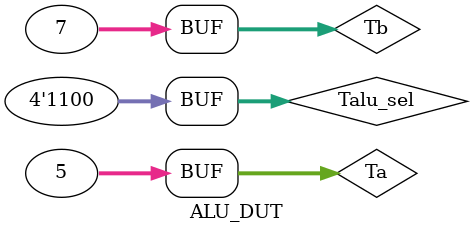
<source format=v>
/*******************************************************************/
/*Author : Anas Hamed                                              */
/*Version: V01                                                     */
/*Date   : 10/8/2023                                               */
/*******************************************************************/

module ALU_32bit (
  input [31:0] a,
  input [31:0] b,
  input [3:0] alu_select,
  output reg [31:0] out,
  output reg zero_flag,
  output reg negative_flag,
  output reg overflow_flag
 
);

  always @(*) //if any signal changed
  
    case(alu_select)
      4'b0000: // AND operation
        begin
           out = a & b;
          zero_flag = (out == 0);
          negative_flag = 0;
          overflow_flag = 0;
          
        end
      4'b0001: // OR operation
        begin
          out = a | b;
          zero_flag = (out == 0);
          negative_flag = 0;
          overflow_flag = 0;
          
        end
      4'b0010: // ADD operation
        begin
          out = a + b;
          zero_flag = (out == 0);
          negative_flag = out[31];
          overflow_flag = ((a[31] == b[31])&&(out[31] != a[31]));
          
        end
      4'b0110: // SUB operation
        begin
          out = a - b;
          zero_flag = (out == 0);
          negative_flag = out[31];
          overflow_flag = ((a[31] != b[31])&&(out[31] != a[31]));
          
        end
      4'b0111: // SET LESS THAN (STL) operation
        begin
          out = (a < b) ? 1 : 0;
          zero_flag = (out == 0);
          negative_flag = 0;
          overflow_flag = 0;
          
        end
      4'b1100: // NOR operation
        begin
          out = ~(a | b);
          zero_flag = (out == 0);
          negative_flag = 0;
          overflow_flag = 0;
         
        end
      default:
        begin
          out = 0;
          zero_flag = 0;
          negative_flag = 0;
          overflow_flag = 0;
    
        end
    endcase
  

endmodule


/*Test Bench*/

module ALU_DUT();
  
  reg [31:0]Ta;
  reg [31:0]Tb;
  reg [3:0]Talu_sel;
  
  wire [31:0]Tout;
  wire Tnegative,Tover_flow,Tzero;
  
  initial 
  
  begin
    
    Ta = 5;
    Tb = 7;
    Talu_sel = 4'b0000; #100 ; // test and
    Talu_sel = 4'b0001; #100 ; // test or
    Talu_sel = 4'b0010; #100 ; // test add
    Talu_sel = 4'b0110; #100 ; // test subtract
    Talu_sel = 4'b0111; #100 ; // test set less than
    Talu_sel = 4'b1100; #100 ; //test nor
    
  end
  
  ALU_32bit T_ALU (Ta,Tb,Talu_sel,Tout,Tzero,Tnegative,Tover_flow);
  
endmodule
</source>
